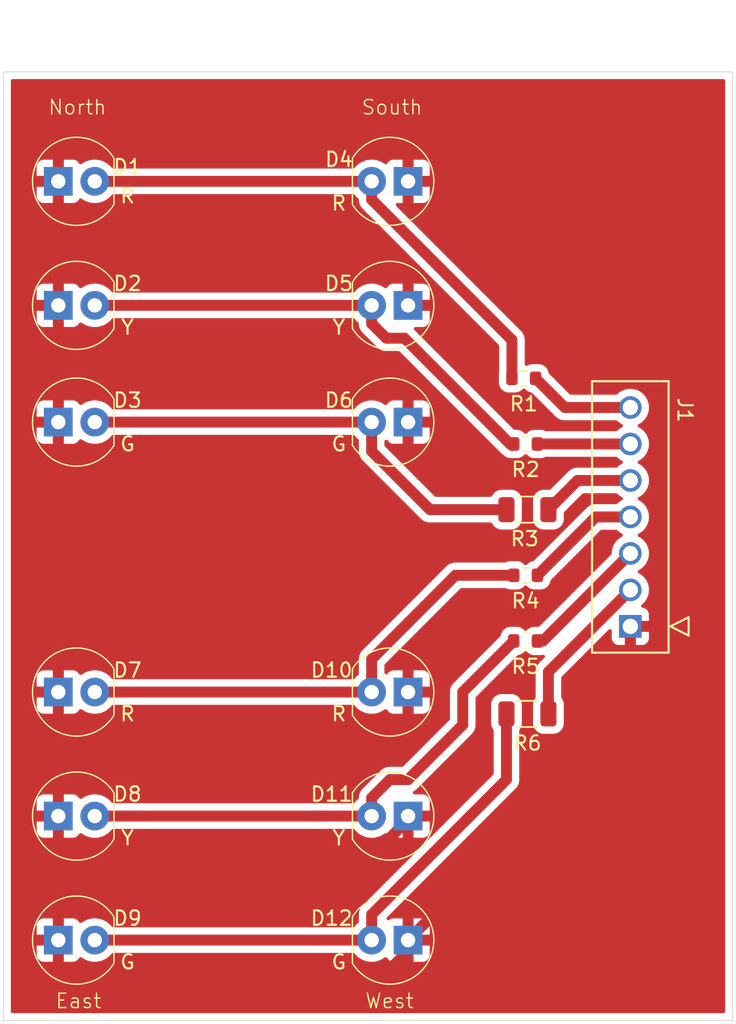
<source format=kicad_pcb>
(kicad_pcb (version 20240108) (generator "pcbnew") (generator_version "8.0")
  (title_block (title "Traffic Light PCB") (date "2024-05-16") (rev "v02") (company "The Ohio State University") (comment 1 "Author: Connor Fricke"))
  (layers (0 "F.Cu" signal) (31 "B.Cu" signal) (34 "B.Paste" user) (35 "F.Paste" user) (36 "B.SilkS" user "B.Silkscreen") (37 "F.SilkS" user "F.Silkscreen") (38 "B.Mask" user) (39 "F.Mask" user) (44 "Edge.Cuts" user))
  (net 0 "")
  (net 1 "GND")
  (net 2 "Net-(D1-A)")
  (net 3 "Net-(D2-A)")
  (net 4 "Net-(D3-A)")
  (net 5 "Net-(D10-A)")
  (net 6 "Net-(D11-A)")
  (net 7 "Net-(D12-A)")
  (net 8 "/EW_GREEN")
  (net 9 "/EW_RED")
  (net 10 "/NS_GREEN")
  (net 11 "/NS_RED")
  (net 12 "/EW_YELLOW")
  (net 13 "/NS_YELLOW")
  (footprint "digikey-footprints:LED_5mm_Radial" (layer "F.Cu") (at 152.654 104.14 180)
    (property "Reference" "D10" (at 2.794 1.524 180) (layer "F.SilkS"))
    (property "Value" "R" (at 2.286 -1.524 180) (layer "F.SilkS"))
    (fp_line (start 1.34 1.6) (end 1.34 -1.61) (stroke (width 0.1)) (layer "F.SilkS"))
    (fp_arc (start 1.341718 1.607211) (mid -4.336626 0.001638) (end 1.34 -1.61) (stroke (width 0.1)) (layer "F.SilkS"))
    (pad "1" thru_hole rect (at -2.54 0 180) (size 2 2) (drill 1) (layers "*.Cu" "*.Mask") (net 1 "GND"))
    (pad "2" thru_hole circle (at 0 0 180) (size 2 2) (drill 1) (layers "*.Cu" "*.Mask") (net 5 "Net-(D10-A)"))
  )
  (footprint "digikey-footprints:LED_5mm_Radial" (layer "F.Cu") (at 133.35 121.412)
    (property "Reference" "D9" (at 2.286 -1.524 0) (layer "F.SilkS"))
    (property "Value" "G" (at 2.286 1.524 0) (layer "F.SilkS"))
    (fp_line (start 1.34 1.6) (end 1.34 -1.61) (stroke (width 0.1)) (layer "F.SilkS"))
    (fp_arc (start 1.341718 1.607211) (mid -4.336626 0.001638) (end 1.34 -1.61) (stroke (width 0.1)) (layer "F.SilkS"))
    (pad "1" thru_hole rect (at -2.54 0) (size 2 2) (drill 1) (layers "*.Cu" "*.Mask") (net 1 "GND"))
    (pad "2" thru_hole circle (at 0 0) (size 2 2) (drill 1) (layers "*.Cu" "*.Mask") (net 7 "Net-(D12-A)"))
  )
  (footprint "digikey-footprints:LED_5mm_Radial" (layer "F.Cu") (at 133.35 85.344)
    (property "Reference" "D3" (at 2.286 -1.524 0) (layer "F.SilkS"))
    (property "Value" "G" (at 2.286 1.524 0) (layer "F.SilkS"))
    (fp_line (start 1.34 1.6) (end 1.34 -1.61) (stroke (width 0.1)) (layer "F.SilkS"))
    (fp_arc (start 1.341718 1.607211) (mid -4.336626 0.001638) (end 1.34 -1.61) (stroke (width 0.1)) (layer "F.SilkS"))
    (pad "1" thru_hole rect (at -2.54 0) (size 2 2) (drill 1) (layers "*.Cu" "*.Mask") (net 1 "GND"))
    (pad "2" thru_hole circle (at 0 0) (size 2 2) (drill 1) (layers "*.Cu" "*.Mask") (net 4 "Net-(D3-A)"))
  )
  (footprint "Resistor_SMD:R_1206_3216Metric" (layer "F.Cu") (at 163.5145 105.664 180)
    (property "Reference" "R6" (at 0 -2.032 180) (layer "F.SilkS"))
    (property "Value" "10")
    (fp_line (start -0.727064 0.91) (end 0.727064 0.91) (stroke (width 0.12)) (layer "F.SilkS"))
    (fp_line (start -0.727064 -0.91) (end 0.727064 -0.91) (stroke (width 0.12)) (layer "F.SilkS"))
    (pad "1" smd roundrect (at -1.4625 0 180) (size 1.125 1.75) (layers "F.Cu" "F.Paste" "F.Mask") (roundrect_rratio 0.222222) (net 8 "/EW_GREEN"))
    (pad "2" smd roundrect (at 1.4625 0 180) (size 1.125 1.75) (layers "F.Cu" "F.Paste" "F.Mask") (roundrect_rratio 0.222222) (net 7 "Net-(D12-A)"))
  )
  (footprint "Resistor_SMD:R_0603_1608Metric" (layer "F.Cu") (at 163.385 86.868 180)
    (property "Reference" "R2" (at 0 -1.778 180) (layer "F.SilkS"))
    (property "Value" "100")
    (fp_line (start -0.237258 0.5225) (end 0.237258 0.5225) (stroke (width 0.12)) (layer "F.SilkS"))
    (fp_line (start -0.237258 -0.5225) (end 0.237258 -0.5225) (stroke (width 0.12)) (layer "F.SilkS"))
    (pad "1" smd roundrect (at -0.825 0 180) (size 0.8 0.95) (layers "F.Cu" "F.Paste" "F.Mask") (net 13 "/NS_YELLOW"))
    (pad "2" smd roundrect (at 0.825 0 180) (size 0.8 0.95) (layers "F.Cu" "F.Paste" "F.Mask") (net 3 "Net-(D2-A)"))
  )
  (footprint "digikey-footprints:LED_5mm_Radial" (layer "F.Cu") (at 152.654 112.776 180)
    (property "Reference" "D11" (at 2.794 1.524 180) (layer "F.SilkS"))
    (property "Value" "Y" (at 2.286 -1.524 180) (layer "F.SilkS"))
    (fp_line (start 1.34 1.6) (end 1.34 -1.61) (stroke (width 0.1)) (layer "F.SilkS"))
    (fp_arc (start 1.341718 1.607211) (mid -4.336626 0.001638) (end 1.34 -1.61) (stroke (width 0.1)) (layer "F.SilkS"))
    (pad "1" thru_hole rect (at -2.54 0 180) (size 2 2) (drill 1) (layers "*.Cu" "*.Mask") (net 1 "GND"))
    (pad "2" thru_hole circle (at 0 0 180) (size 2 2) (drill 1) (layers "*.Cu" "*.Mask") (net 6 "Net-(D11-A)"))
  )
  (footprint "digikey-footprints:LED_5mm_Radial" (layer "F.Cu") (at 152.654 85.344 180)
    (property "Reference" "D6" (at 2.286 1.524 180) (layer "F.SilkS"))
    (property "Value" "G" (at 2.286 -1.524 180) (layer "F.SilkS"))
    (fp_line (start 1.34 1.6) (end 1.34 -1.61) (stroke (width 0.1)) (layer "F.SilkS"))
    (fp_arc (start 1.341718 1.607211) (mid -4.336626 0.001638) (end 1.34 -1.61) (stroke (width 0.1)) (layer "F.SilkS"))
    (pad "1" thru_hole rect (at -2.54 0 180) (size 2 2) (drill 1) (layers "*.Cu" "*.Mask") (net 1 "GND"))
    (pad "2" thru_hole circle (at 0 0 180) (size 2 2) (drill 1) (layers "*.Cu" "*.Mask") (net 4 "Net-(D3-A)"))
  )
  (footprint "digikey-footprints:LED_5mm_Radial" (layer "F.Cu") (at 152.654 68.58 180)
    (property "Reference" "D4" (at 2.286 1.524 180) (layer "F.SilkS") (effects (font (size 1 0.9652))))
    (property "Value" "R" (at 2.286 -1.524 180) (layer "F.SilkS"))
    (fp_line (start 1.34 1.6) (end 1.34 -1.61) (stroke (width 0.1)) (layer "F.SilkS"))
    (fp_arc (start 1.341718 1.607211) (mid -4.336626 0.001638) (end 1.34 -1.61) (stroke (width 0.1)) (layer "F.SilkS"))
    (pad "1" thru_hole rect (at -2.54 0 180) (size 2 2) (drill 1) (layers "*.Cu" "*.Mask") (net 1 "GND"))
    (pad "2" thru_hole circle (at 0 0 180) (size 2 2) (drill 1) (layers "*.Cu" "*.Mask") (net 2 "Net-(D1-A)"))
  )
  (footprint "digikey-footprints:LED_5mm_Radial" (layer "F.Cu") (at 133.35 112.776)
    (property "Reference" "D8" (at 2.286 -1.524 0) (layer "F.SilkS"))
    (property "Value" "Y" (at 2.286 1.524 0) (layer "F.SilkS"))
    (fp_line (start 1.34 1.6) (end 1.34 -1.61) (stroke (width 0.1)) (layer "F.SilkS"))
    (fp_arc (start 1.341718 1.607211) (mid -4.336626 0.001638) (end 1.34 -1.61) (stroke (width 0.1)) (layer "F.SilkS"))
    (pad "1" thru_hole rect (at -2.54 0) (size 2 2) (drill 1) (layers "*.Cu" "*.Mask") (net 1 "GND"))
    (pad "2" thru_hole circle (at 0 0) (size 2 2) (drill 1) (layers "*.Cu" "*.Mask") (net 6 "Net-(D11-A)"))
  )
  (footprint "digikey-footprints:LED_5mm_Radial" (layer "F.Cu") (at 152.654 77.216 180)
    (property "Reference" "D5" (at 2.286 1.524 180) (layer "F.SilkS"))
    (property "Value" "Y" (at 2.286 -1.524 0) (layer "F.SilkS"))
    (fp_line (start 1.34 1.6) (end 1.34 -1.61) (stroke (width 0.1)) (layer "F.SilkS"))
    (fp_arc (start 1.341718 1.607211) (mid -4.336626 0.001638) (end 1.34 -1.61) (stroke (width 0.1)) (layer "F.SilkS"))
    (pad "1" thru_hole rect (at -2.54 0 180) (size 2 2) (drill 1) (layers "*.Cu" "*.Mask") (net 1 "GND"))
    (pad "2" thru_hole circle (at 0 0 180) (size 2 2) (drill 1) (layers "*.Cu" "*.Mask") (net 3 "Net-(D2-A)"))
  )
  (footprint "digikey-footprints:LED_5mm_Radial" (layer "F.Cu") (at 152.654 121.412 180)
    (property "Reference" "D12" (at 2.794 1.524 180) (layer "F.SilkS"))
    (property "Value" "G" (at 2.286 -1.524 180) (layer "F.SilkS"))
    (fp_line (start 1.34 1.6) (end 1.34 -1.61) (stroke (width 0.1)) (layer "F.SilkS"))
    (fp_arc (start 1.341718 1.607211) (mid -4.336626 0.001638) (end 1.34 -1.61) (stroke (width 0.1)) (layer "F.SilkS"))
    (pad "1" thru_hole rect (at -2.54 0 180) (size 2 2) (drill 1) (layers "*.Cu" "*.Mask") (net 1 "GND"))
    (pad "2" thru_hole circle (at 0 0 180) (size 2 2) (drill 1) (layers "*.Cu" "*.Mask") (net 7 "Net-(D12-A)"))
  )
  (footprint "Resistor_SMD:R_0603_1608Metric" (layer "F.Cu") (at 163.385 100.584 180)
    (property "Reference" "R5" (at 0 -1.778 180) (layer "F.SilkS"))
    (property "Value" "100")
    (fp_line (start -0.237258 0.5225) (end 0.237258 0.5225) (stroke (width 0.12)) (layer "F.SilkS"))
    (fp_line (start -0.237258 -0.5225) (end 0.237258 -0.5225) (stroke (width 0.12)) (layer "F.SilkS"))
    (pad "1" smd roundrect (at -0.825 0 180) (size 0.8 0.95) (layers "F.Cu" "F.Paste" "F.Mask") (net 12 "/EW_YELLOW"))
    (pad "2" smd roundrect (at 0.825 0 180) (size 0.8 0.95) (layers "F.Cu" "F.Paste" "F.Mask") (net 6 "Net-(D11-A)"))
  )
  (footprint "Resistor_SMD:R_1206_3216Metric" (layer "F.Cu") (at 163.5145 91.44 180)
    (property "Reference" "R3" (at 0.1925 -2.032 180) (layer "F.SilkS"))
    (property "Value" "10")
    (fp_line (start -0.727064 0.91) (end 0.727064 0.91) (stroke (width 0.12)) (layer "F.SilkS"))
    (fp_line (start -0.727064 -0.91) (end 0.727064 -0.91) (stroke (width 0.12)) (layer "F.SilkS"))
    (pad "1" smd roundrect (at -1.4625 0 180) (size 1.125 1.75) (layers "F.Cu" "F.Paste" "F.Mask") (roundrect_rratio 0.222222) (net 10 "/NS_GREEN"))
    (pad "2" smd roundrect (at 1.4625 0 180) (size 1.125 1.75) (layers "F.Cu" "F.Paste" "F.Mask") (roundrect_rratio 0.222222) (net 4 "Net-(D3-A)"))
  )
  (footprint "digikey-footprints:LED_5mm_Radial" (layer "F.Cu") (at 133.35 77.216)
    (property "Reference" "D2" (at 2.286 -1.524 0) (layer "F.SilkS"))
    (property "Value" "Y" (at 2.286 1.524 0) (layer "F.SilkS"))
    (fp_line (start 1.34 1.6) (end 1.34 -1.61) (stroke (width 0.1)) (layer "F.SilkS"))
    (fp_arc (start 1.341718 1.607211) (mid -4.336626 0.001638) (end 1.34 -1.61) (stroke (width 0.1)) (layer "F.SilkS"))
    (pad "1" thru_hole rect (at -2.54 0) (size 2 2) (drill 1) (layers "*.Cu" "*.Mask") (net 1 "GND"))
    (pad "2" thru_hole circle (at 0 0) (size 2 2) (drill 1) (layers "*.Cu" "*.Mask") (net 3 "Net-(D2-A)"))
  )
  (footprint "Library:7PIN-HEADER" (layer "F.Cu") (at 172.466 91.8718 -90)
    (property "Reference" "J1" (at -7.366 -2.032 -90) (layer "F.SilkS"))
    (property "Value" "7PIN-HEADER")
    (fp_line (start -9.3726 4.445) (end 9.525 4.445) (stroke (width 0.1524)) (layer "F.SilkS"))
    (fp_line (start 9.525 4.445) (end 9.525 -0.889) (stroke (width 0.1524)) (layer "F.SilkS"))
    (fp_line (start -9.3726 -0.889) (end -9.3726 4.445) (stroke (width 0.1524)) (layer "F.SilkS"))
    (fp_line (start 9.525 -0.889) (end -9.3726 -0.889) (stroke (width 0.1524)) (layer "F.SilkS"))
    (fp_line (start 7.6962 -1.016) (end 7.0612 -2.286) (stroke (width 0.1524)) (layer "F.SilkS"))
    (fp_line (start 7.0612 -2.286) (end 8.3312 -2.286) (stroke (width 0.1524)) (layer "F.SilkS"))
    (fp_line (start 8.3312 -2.286) (end 7.6962 -1.016) (stroke (width 0.1524)) (layer "F.SilkS"))
    (pad "1" thru_hole rect (at 7.6962 1.778 270) (size 1.5748 1.5748) (drill 1.0668) (layers "*.Cu" "*.Mask") (net 1 "GND"))
    (pad "2" thru_hole circle (at 5.1562 1.778 270) (size 1.5748 1.5748) (drill 1.0668) (layers "*.Cu" "*.Mask") (net 8 "/EW_GREEN"))
    (pad "3" thru_hole circle (at 2.6162 1.778 270) (size 1.5748 1.5748) (drill 1.0668) (layers "*.Cu" "*.Mask") (net 12 "/EW_YELLOW"))
    (pad "4" thru_hole circle (at 0.0762 1.778 270) (size 1.5748 1.5748) (drill 1.0668) (layers "*.Cu" "*.Mask") (net 9 "/EW_RED"))
    (pad "5" thru_hole circle (at -2.4638 1.778 270) (size 1.5748 1.5748) (drill 1.0668) (layers "*.Cu" "*.Mask") (net 10 "/NS_GREEN"))
    (pad "6" thru_hole circle (at -5.0038 1.778 270) (size 1.5748 1.5748) (drill 1.0668) (layers "*.Cu" "*.Mask") (net 13 "/NS_YELLOW"))
    (pad "7" thru_hole circle (at -7.5438 1.778 270) (size 1.5748 1.5748) (drill 1.0668) (layers "*.Cu" "*.Mask") (net 11 "/NS_RED"))
  )
  (footprint "Resistor_SMD:R_0603_1608Metric" (layer "F.Cu") (at 163.259 82.296 180)
    (property "Reference" "R1" (at 0 -1.778 180) (layer "F.SilkS"))
    (property "Value" "100")
    (fp_line (start -0.237258 0.5225) (end 0.237258 0.5225) (stroke (width 0.12)) (layer "F.SilkS"))
    (fp_line (start -0.237258 -0.5225) (end 0.237258 -0.5225) (stroke (width 0.12)) (layer "F.SilkS"))
    (pad "1" smd roundrect (at -0.825 0 180) (size 0.8 0.95) (layers "F.Cu" "F.Paste" "F.Mask") (net 11 "/NS_RED"))
    (pad "2" smd roundrect (at 0.825 0 180) (size 0.8 0.95) (layers "F.Cu" "F.Paste" "F.Mask") (net 2 "Net-(D1-A)"))
  )
  (footprint "digikey-footprints:LED_5mm_Radial" (layer "F.Cu") (at 133.35 68.58)
    (property "Reference" "D1" (at 2.286 -1.016 0) (layer "F.SilkS"))
    (property "Value" "R" (at 2.286 1.016 0) (layer "F.SilkS"))
    (fp_line (start 1.34 1.6) (end 1.34 -1.61) (stroke (width 0.1)) (layer "F.SilkS"))
    (fp_arc (start 1.341718 1.607211) (mid -4.336626 0.001638) (end 1.34 -1.61) (stroke (width 0.1)) (layer "F.SilkS"))
    (pad "1" thru_hole rect (at -2.54 0) (size 2 2) (drill 1) (layers "*.Cu" "*.Mask") (net 1 "GND"))
    (pad "2" thru_hole circle (at 0 0) (size 2 2) (drill 1) (layers "*.Cu" "*.Mask") (net 2 "Net-(D1-A)"))
  )
  (footprint "digikey-footprints:LED_5mm_Radial" (layer "F.Cu") (at 133.35 104.14)
    (property "Reference" "D7" (at 2.286 -1.524 0) (layer "F.SilkS"))
    (property "Value" "R" (at 2.286 1.524 0) (layer "F.SilkS"))
    (fp_line (start 1.34 1.6) (end 1.34 -1.61) (stroke (width 0.1)) (layer "F.SilkS"))
    (fp_arc (start 1.341718 1.607211) (mid -4.336626 0.001638) (end 1.34 -1.61) (stroke (width 0.1)) (layer "F.SilkS"))
    (pad "1" thru_hole rect (at -2.54 0) (size 2 2) (drill 1) (layers "*.Cu" "*.Mask") (net 1 "GND"))
    (pad "2" thru_hole circle (at 0 0) (size 2 2) (drill 1) (layers "*.Cu" "*.Mask") (net 5 "Net-(D10-A)"))
  )
  (footprint "Resistor_SMD:R_0603_1608Metric" (layer "F.Cu") (at 163.385 96.012 180)
    (property "Reference" "R4" (at 0 -1.778 180) (layer "F.SilkS"))
    (property "Value" "100")
    (fp_line (start -0.237258 0.5225) (end 0.237258 0.5225) (stroke (width 0.12)) (layer "F.SilkS"))
    (fp_line (start -0.237258 -0.5225) (end 0.237258 -0.5225) (stroke (width 0.12)) (layer "F.SilkS"))
    (pad "1" smd roundrect (at -0.825 0 180) (size 0.8 0.95) (layers "F.Cu" "F.Paste" "F.Mask") (net 9 "/EW_RED"))
    (pad "2" smd roundrect (at 0.825 0 180) (size 0.8 0.95) (layers "F.Cu" "F.Paste" "F.Mask") (net 5 "Net-(D10-A)"))
  )
  (gr_rect (start 127 60.96) (end 177.8 127) (stroke (width 0.05)) (fill none) (layer "Edge.Cuts"))
  (gr_text "East" (at 130.556 126.238 0) (layer "F.SilkS") (effects (font (size 1 1) (thickness 0.1)) (justify left bottom)))
  (gr_text "West" (at 152.146 126.238 0) (layer "F.SilkS") (effects (font (size 1 1) (thickness 0.1)) (justify left bottom)))
  (gr_text "North" (at 130.048 64.008 0) (layer "F.SilkS") (effects (font (size 1 1) (thickness 0.1)) (justify left bottom)))
  (gr_text "South" (at 151.892 64.008 0) (layer "F.SilkS") (effects (font (size 1 1) (thickness 0.1)) (justify left bottom)))
  (segment (start 155.194 122.174) (end 152.908 124.46) (width 0.762) (layer "F.Cu") (net 1))
  (segment (start 132.08 124.46) (end 130.81 123.19) (width 0.762) (layer "F.Cu") (net 1))
  (segment (start 130.81 81.28) (end 153.67 81.28) (width 0.762) (layer "F.Cu") (net 1))
  (segment (start 150.876 117.348) (end 130.81 117.348) (width 0.762) (layer "F.Cu") (net 1))
  (segment (start 130.81 77.216) (end 130.81 73.152) (width 0.762) (layer "F.Cu") (net 1))
  (segment (start 155.194 66.548) (end 153.67 65.024) (width 0.762) (layer "F.Cu") (net 1))
  (segment (start 130.81 104.14) (end 130.81 107.696) (width 0.762) (layer "F.Cu") (net 1))
  (segment (start 130.81 81.28) (end 130.81 81.788) (width 0.762) (layer "F.Cu") (net 1))
  (segment (start 130.81 115.316) (end 130.81 117.348) (width 0.762) (layer "F.Cu") (net 1))
  (segment (start 130.81 107.696) (end 130.81 108.204) (width 0.762) (layer "F.Cu") (net 1))
  (segment (start 153.67 65.024) (end 132.08 65.024) (width 0.762) (layer "F.Cu") (net 1))
  (segment (start 130.81 73.152) (end 153.162 73.152) (width 0.762) (layer "F.Cu") (net 1))
  (segment (start 130.81 123.19) (end 130.81 121.412) (width 0.762) (layer "F.Cu") (net 1))
  (segment (start 130.81 81.788) (end 130.81 85.344) (width 0.762) (layer "F.Cu") (net 1))
  (segment (start 130.81 85.344) (end 130.81 104.11) (width 0.762) (layer "F.Cu") (net 1))
  (segment (start 130.81 117.348) (end 130.81 119.38) (width 0.762) (layer "F.Cu") (net 1))
  (segment (start 132.08 65.024) (end 130.81 66.294) (width 0.762) (layer "F.Cu") (net 1))
  (segment (start 170.688 105.918) (end 155.194 121.412) (width 0.762) (layer "F.Cu") (net 1))
  (segment (start 153.416 108.204) (end 155.194 106.426) (width 0.762) (layer "F.Cu") (net 1))
  (segment (start 130.81 66.294) (end 130.81 68.58) (width 0.762) (layer "F.Cu") (net 1))
  (segment (start 130.81 111.73) (end 130.81 115.316) (width 0.762) (layer "F.Cu") (net 1))
  (segment (start 170.688 99.568) (end 170.688 105.918) (width 0.762) (layer "F.Cu") (net 1))
  (segment (start 153.162 73.152) (end 155.194 75.184) (width 0.762) (layer "F.Cu") (net 1))
  (segment (start 155.194 113.03) (end 150.876 117.348) (width 0.762) (layer "F.Cu") (net 1))
  (segment (start 130.81 77.216) (end 130.81 81.28) (width 0.762) (layer "F.Cu") (net 1))
  (segment (start 155.194 82.804) (end 155.194 85.344) (width 0.762) (layer "F.Cu") (net 1))
  (segment (start 153.67 81.28) (end 155.194 82.804) (width 0.762) (layer "F.Cu") (net 1))
  (segment (start 130.81 120.65) (end 130.81 119.38) (width 0.762) (layer "F.Cu") (net 1))
  (segment (start 130.81 108.204) (end 153.416 108.204) (width 0.762) (layer "F.Cu") (net 1))
  (segment (start 155.194 68.58) (end 155.194 66.548) (width 0.762) (layer "F.Cu") (net 1))
  (segment (start 155.194 75.184) (end 155.194 77.216) (width 0.762) (layer "F.Cu") (net 1))
  (segment (start 152.908 124.46) (end 132.08 124.46) (width 0.762) (layer "F.Cu") (net 1))
  (segment (start 155.194 106.426) (end 155.194 104.14) (width 0.762) (layer "F.Cu") (net 1))
  (segment (start 130.81 108.204) (end 130.81 111.73) (width 0.762) (layer "F.Cu") (net 1))
  (segment (start 130.81 73.152) (end 130.81 68.58) (width 0.762) (layer "F.Cu") (net 1))
  (segment (start 133.35 68.58) (end 152.654 68.58) (width 0.762) (layer "F.Cu") (net 2))
  (segment (start 152.654 68.58) (end 152.654 69.85) (width 0.762) (layer "F.Cu") (net 2))
  (segment (start 162.434 79.63) (end 162.434 82.296) (width 0.762) (layer "F.Cu") (net 2))
  (segment (start 152.654 69.85) (end 162.434 79.63) (width 0.762) (layer "F.Cu") (net 2))
  (segment (start 153.67 79.502) (end 154.94 79.502) (width 0.762) (layer "F.Cu") (net 3))
  (segment (start 152.654 77.216) (end 152.654 78.486) (width 0.762) (layer "F.Cu") (net 3))
  (segment (start 154.94 79.502) (end 162.306 86.868) (width 0.762) (layer "F.Cu") (net 3))
  (segment (start 162.306 86.868) (end 162.56 86.868) (width 0.762) (layer "F.Cu") (net 3))
  (segment (start 152.654 78.486) (end 153.67 79.502) (width 0.762) (layer "F.Cu") (net 3))
  (segment (start 133.35 77.216) (end 152.654 77.216) (width 0.762) (layer "F.Cu") (net 3))
  (segment (start 133.096 85.344) (end 152.654 85.344) (width 0.762) (layer "F.Cu") (net 4))
  (segment (start 152.654 85.344) (end 152.654 87.376) (width 0.762) (layer "F.Cu") (net 4))
  (segment (start 152.654 87.376) (end 156.718 91.44) (width 0.762) (layer "F.Cu") (net 4))
  (segment (start 156.718 91.44) (end 162.052 91.44) (width 0.762) (layer "F.Cu") (net 4))
  (segment (start 152.654 104.14) (end 152.654 101.854) (width 0.762) (layer "F.Cu") (net 5))
  (segment (start 152.654 101.854) (end 158.496 96.012) (width 0.762) (layer "F.Cu") (net 5))
  (segment (start 158.496 96.012) (end 162.56 96.012) (width 0.762) (layer "F.Cu") (net 5))
  (segment (start 133.35 104.14) (end 152.654 104.14) (width 0.762) (layer "F.Cu") (net 5))
  (segment (start 159.004 104.14) (end 162.56 100.584) (width 0.762) (layer "F.Cu") (net 6))
  (segment (start 152.654 112.776) (end 152.654 111.506) (width 0.762) (layer "F.Cu") (net 6))
  (segment (start 155.194 110.236) (end 159.004 106.426) (width 0.762) (layer "F.Cu") (net 6))
  (segment (start 159.004 106.426) (end 159.004 104.14) (width 0.762) (layer "F.Cu") (net 6))
  (segment (start 152.654 111.506) (end 153.924 110.236) (width 0.762) (layer "F.Cu") (net 6))
  (segment (start 153.924 110.236) (end 155.194 110.236) (width 0.762) (layer "F.Cu") (net 6))
  (segment (start 133.35 112.776) (end 152.654 112.776) (width 0.762) (layer "F.Cu") (net 6))
  (segment (start 162.052 110.236) (end 162.052 105.664) (width 0.762) (layer "F.Cu") (net 7))
  (segment (start 152.654 121.412) (end 152.654 119.634) (width 0.762) (layer "F.Cu") (net 7))
  (segment (start 133.35 121.412) (end 152.654 121.412) (width 0.762) (layer "F.Cu") (net 7))
  (segment (start 152.654 119.634) (end 162.052 110.236) (width 0.762) (layer "F.Cu") (net 7))
  (segment (start 170.688 97.028) (end 164.977 102.739) (width 0.762) (layer "F.Cu") (net 8))
  (segment (start 164.977 102.739) (end 164.977 105.664) (width 0.762) (layer "F.Cu") (net 8))
  (segment (start 170.688 91.948) (end 168.274 91.948) (width 0.762) (layer "F.Cu") (net 9))
  (segment (start 168.274 91.948) (end 164.21 96.012) (width 0.762) (layer "F.Cu") (net 9))
  (segment (start 167.009 89.408) (end 164.977 91.44) (width 0.762) (layer "F.Cu") (net 10))
  (segment (start 170.688 89.408) (end 167.009 89.408) (width 0.762) (layer "F.Cu") (net 10))
  (segment (start 170.688 84.328) (end 166.116 84.328) (width 0.762) (layer "F.Cu") (net 11))
  (segment (start 166.116 84.328) (end 164.084 82.296) (width 0.762) (layer "F.Cu") (net 11))
  (segment (start 170.688 94.488) (end 164.592 100.584) (width 0.762) (layer "F.Cu") (net 12))
  (segment (start 170.688 86.868) (end 164.21 86.868) (width 0.762) (layer "F.Cu") (net 13))
  (zone (net 1) (net_name "GND") (layer "F.Cu") (name "GND") (connect_pads (clearance 0.508)) (min_thickness 0.25) (fill yes (thermal_gap 0.508) (thermal_bridge_width 0.762))
    (polygon (pts (xy 126.746 127.254) (xy 126.746 60.706) (xy 178.054 60.706) (xy 178.054 127.254)))
  )
)
</source>
